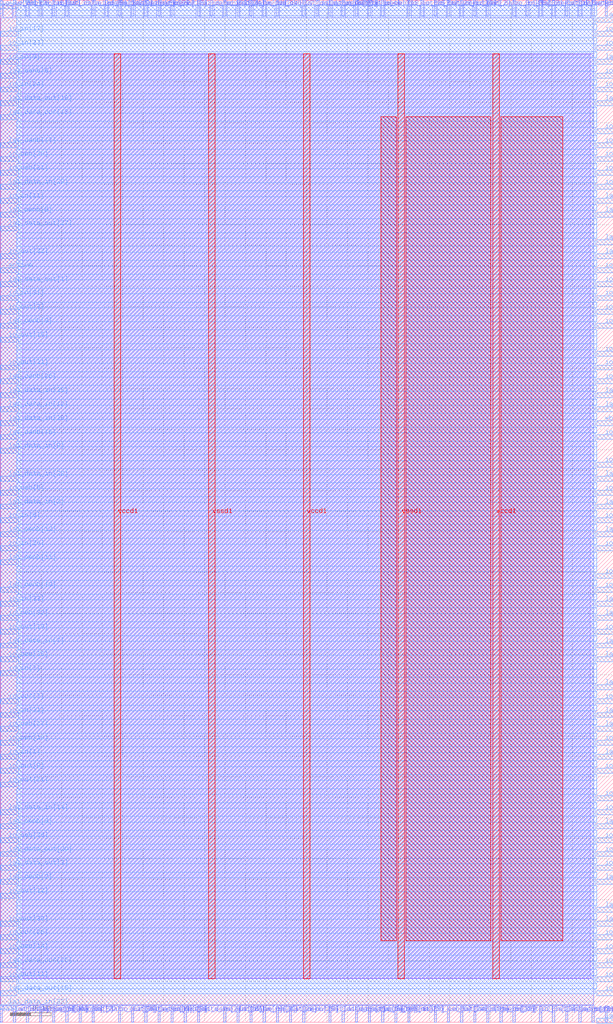
<source format=lef>
VERSION 5.7 ;
  NOWIREEXTENSIONATPIN ON ;
  DIVIDERCHAR "/" ;
  BUSBITCHARS "[]" ;
MACRO wrapped_frequency_counter
  CLASS BLOCK ;
  FOREIGN wrapped_frequency_counter ;
  ORIGIN 0.000 0.000 ;
  SIZE 150.000 BY 250.000 ;
  PIN active
    DIRECTION INPUT ;
    USE SIGNAL ;
    PORT
      LAYER met3 ;
        RECT 0.000 183.340 4.000 184.540 ;
    END
  END active
  PIN io_in[0]
    DIRECTION INPUT ;
    USE SIGNAL ;
    PORT
      LAYER met2 ;
        RECT 61.130 0.000 61.690 4.000 ;
    END
  END io_in[0]
  PIN io_in[10]
    DIRECTION INPUT ;
    USE SIGNAL ;
    PORT
      LAYER met2 ;
        RECT 61.130 246.000 61.690 250.000 ;
    END
  END io_in[10]
  PIN io_in[11]
    DIRECTION INPUT ;
    USE SIGNAL ;
    PORT
      LAYER met3 ;
        RECT 0.000 200.340 4.000 201.540 ;
    END
  END io_in[11]
  PIN io_in[12]
    DIRECTION INPUT ;
    USE SIGNAL ;
    PORT
      LAYER met3 ;
        RECT 146.000 217.340 150.000 218.540 ;
    END
  END io_in[12]
  PIN io_in[13]
    DIRECTION INPUT ;
    USE SIGNAL ;
    PORT
      LAYER met2 ;
        RECT 93.330 0.000 93.890 4.000 ;
    END
  END io_in[13]
  PIN io_in[14]
    DIRECTION INPUT ;
    USE SIGNAL ;
    PORT
      LAYER met2 ;
        RECT 25.710 246.000 26.270 250.000 ;
    END
  END io_in[14]
  PIN io_in[15]
    DIRECTION INPUT ;
    USE SIGNAL ;
    PORT
      LAYER met3 ;
        RECT 146.000 227.540 150.000 228.740 ;
    END
  END io_in[15]
  PIN io_in[16]
    DIRECTION INPUT ;
    USE SIGNAL ;
    PORT
      LAYER met3 ;
        RECT 146.000 67.740 150.000 68.940 ;
    END
  END io_in[16]
  PIN io_in[17]
    DIRECTION INPUT ;
    USE SIGNAL ;
    PORT
      LAYER met3 ;
        RECT 0.000 241.140 4.000 242.340 ;
    END
  END io_in[17]
  PIN io_in[18]
    DIRECTION INPUT ;
    USE SIGNAL ;
    PORT
      LAYER met2 ;
        RECT -0.050 246.000 0.510 250.000 ;
    END
  END io_in[18]
  PIN io_in[19]
    DIRECTION INPUT ;
    USE SIGNAL ;
    PORT
      LAYER met3 ;
        RECT 146.000 20.140 150.000 21.340 ;
    END
  END io_in[19]
  PIN io_in[1]
    DIRECTION INPUT ;
    USE SIGNAL ;
    PORT
      LAYER met3 ;
        RECT 0.000 64.340 4.000 65.540 ;
    END
  END io_in[1]
  PIN io_in[20]
    DIRECTION INPUT ;
    USE SIGNAL ;
    PORT
      LAYER met3 ;
        RECT 0.000 115.340 4.000 116.540 ;
    END
  END io_in[20]
  PIN io_in[21]
    DIRECTION INPUT ;
    USE SIGNAL ;
    PORT
      LAYER met3 ;
        RECT 0.000 74.540 4.000 75.740 ;
    END
  END io_in[21]
  PIN io_in[22]
    DIRECTION INPUT ;
    USE SIGNAL ;
    PORT
      LAYER met3 ;
        RECT 146.000 115.340 150.000 116.540 ;
    END
  END io_in[22]
  PIN io_in[23]
    DIRECTION INPUT ;
    USE SIGNAL ;
    PORT
      LAYER met3 ;
        RECT 0.000 237.740 4.000 238.940 ;
    END
  END io_in[23]
  PIN io_in[24]
    DIRECTION INPUT ;
    USE SIGNAL ;
    PORT
      LAYER met3 ;
        RECT 0.000 227.540 4.000 228.740 ;
    END
  END io_in[24]
  PIN io_in[25]
    DIRECTION INPUT ;
    USE SIGNAL ;
    PORT
      LAYER met2 ;
        RECT 148.070 0.000 148.630 4.000 ;
    END
  END io_in[25]
  PIN io_in[26]
    DIRECTION INPUT ;
    USE SIGNAL ;
    PORT
      LAYER met2 ;
        RECT 144.850 0.000 145.410 4.000 ;
    END
  END io_in[26]
  PIN io_in[27]
    DIRECTION INPUT ;
    USE SIGNAL ;
    PORT
      LAYER met3 ;
        RECT 146.000 94.940 150.000 96.140 ;
    END
  END io_in[27]
  PIN io_in[28]
    DIRECTION INPUT ;
    USE SIGNAL ;
    PORT
      LAYER met2 ;
        RECT 131.970 0.000 132.530 4.000 ;
    END
  END io_in[28]
  PIN io_in[29]
    DIRECTION INPUT ;
    USE SIGNAL ;
    PORT
      LAYER met2 ;
        RECT 148.070 246.000 148.630 250.000 ;
    END
  END io_in[29]
  PIN io_in[2]
    DIRECTION INPUT ;
    USE SIGNAL ;
    PORT
      LAYER met2 ;
        RECT 64.350 0.000 64.910 4.000 ;
    END
  END io_in[2]
  PIN io_in[30]
    DIRECTION INPUT ;
    USE SIGNAL ;
    PORT
      LAYER met3 ;
        RECT 146.000 128.940 150.000 130.140 ;
    END
  END io_in[30]
  PIN io_in[31]
    DIRECTION INPUT ;
    USE SIGNAL ;
    PORT
      LAYER met3 ;
        RECT 0.000 176.540 4.000 177.740 ;
    END
  END io_in[31]
  PIN io_in[32]
    DIRECTION INPUT ;
    USE SIGNAL ;
    PORT
      LAYER met2 ;
        RECT 122.310 0.000 122.870 4.000 ;
    END
  END io_in[32]
  PIN io_in[33]
    DIRECTION INPUT ;
    USE SIGNAL ;
    PORT
      LAYER met3 ;
        RECT 0.000 101.740 4.000 102.940 ;
    END
  END io_in[33]
  PIN io_in[34]
    DIRECTION INPUT ;
    USE SIGNAL ;
    PORT
      LAYER met2 ;
        RECT 102.990 246.000 103.550 250.000 ;
    END
  END io_in[34]
  PIN io_in[35]
    DIRECTION INPUT ;
    USE SIGNAL ;
    PORT
      LAYER met2 ;
        RECT 125.530 246.000 126.090 250.000 ;
    END
  END io_in[35]
  PIN io_in[36]
    DIRECTION INPUT ;
    USE SIGNAL ;
    PORT
      LAYER met3 ;
        RECT 146.000 176.540 150.000 177.740 ;
    END
  END io_in[36]
  PIN io_in[37]
    DIRECTION INPUT ;
    USE SIGNAL ;
    PORT
      LAYER met2 ;
        RECT 128.750 246.000 129.310 250.000 ;
    END
  END io_in[37]
  PIN io_in[3]
    DIRECTION INPUT ;
    USE SIGNAL ;
    PORT
      LAYER met2 ;
        RECT 64.350 246.000 64.910 250.000 ;
    END
  END io_in[3]
  PIN io_in[4]
    DIRECTION INPUT ;
    USE SIGNAL ;
    PORT
      LAYER met3 ;
        RECT 146.000 173.140 150.000 174.340 ;
    END
  END io_in[4]
  PIN io_in[5]
    DIRECTION INPUT ;
    USE SIGNAL ;
    PORT
      LAYER met3 ;
        RECT 146.000 241.140 150.000 242.340 ;
    END
  END io_in[5]
  PIN io_in[6]
    DIRECTION INPUT ;
    USE SIGNAL ;
    PORT
      LAYER met3 ;
        RECT 0.000 122.140 4.000 123.340 ;
    END
  END io_in[6]
  PIN io_in[7]
    DIRECTION INPUT ;
    USE SIGNAL ;
    PORT
      LAYER met3 ;
        RECT 0.000 84.740 4.000 85.940 ;
    END
  END io_in[7]
  PIN io_in[8]
    DIRECTION INPUT ;
    USE SIGNAL ;
    PORT
      LAYER met3 ;
        RECT 146.000 183.340 150.000 184.540 ;
    END
  END io_in[8]
  PIN io_in[9]
    DIRECTION INPUT ;
    USE SIGNAL ;
    PORT
      LAYER met3 ;
        RECT 0.000 234.340 4.000 235.540 ;
    END
  END io_in[9]
  PIN io_oeb[0]
    DIRECTION OUTPUT TRISTATE ;
    USE SIGNAL ;
    PORT
      LAYER met2 ;
        RECT 106.210 0.000 106.770 4.000 ;
    END
  END io_oeb[0]
  PIN io_oeb[10]
    DIRECTION OUTPUT TRISTATE ;
    USE SIGNAL ;
    PORT
      LAYER met3 ;
        RECT 0.000 67.740 4.000 68.940 ;
    END
  END io_oeb[10]
  PIN io_oeb[11]
    DIRECTION OUTPUT TRISTATE ;
    USE SIGNAL ;
    PORT
      LAYER met3 ;
        RECT 146.000 162.940 150.000 164.140 ;
    END
  END io_oeb[11]
  PIN io_oeb[12]
    DIRECTION OUTPUT TRISTATE ;
    USE SIGNAL ;
    PORT
      LAYER met3 ;
        RECT 146.000 108.540 150.000 109.740 ;
    END
  END io_oeb[12]
  PIN io_oeb[13]
    DIRECTION OUTPUT TRISTATE ;
    USE SIGNAL ;
    PORT
      LAYER met3 ;
        RECT 146.000 105.140 150.000 106.340 ;
    END
  END io_oeb[13]
  PIN io_oeb[14]
    DIRECTION OUTPUT TRISTATE ;
    USE SIGNAL ;
    PORT
      LAYER met3 ;
        RECT 0.000 16.740 4.000 17.940 ;
    END
  END io_oeb[14]
  PIN io_oeb[15]
    DIRECTION OUTPUT TRISTATE ;
    USE SIGNAL ;
    PORT
      LAYER met2 ;
        RECT 6.390 246.000 6.950 250.000 ;
    END
  END io_oeb[15]
  PIN io_oeb[16]
    DIRECTION OUTPUT TRISTATE ;
    USE SIGNAL ;
    PORT
      LAYER met3 ;
        RECT 146.000 60.940 150.000 62.140 ;
    END
  END io_oeb[16]
  PIN io_oeb[17]
    DIRECTION OUTPUT TRISTATE ;
    USE SIGNAL ;
    PORT
      LAYER met2 ;
        RECT 54.690 0.000 55.250 4.000 ;
    END
  END io_oeb[17]
  PIN io_oeb[18]
    DIRECTION OUTPUT TRISTATE ;
    USE SIGNAL ;
    PORT
      LAYER met2 ;
        RECT 93.330 246.000 93.890 250.000 ;
    END
  END io_oeb[18]
  PIN io_oeb[19]
    DIRECTION OUTPUT TRISTATE ;
    USE SIGNAL ;
    PORT
      LAYER met2 ;
        RECT 9.610 246.000 10.170 250.000 ;
    END
  END io_oeb[19]
  PIN io_oeb[1]
    DIRECTION OUTPUT TRISTATE ;
    USE SIGNAL ;
    PORT
      LAYER met3 ;
        RECT 146.000 6.540 150.000 7.740 ;
    END
  END io_oeb[1]
  PIN io_oeb[20]
    DIRECTION OUTPUT TRISTATE ;
    USE SIGNAL ;
    PORT
      LAYER met3 ;
        RECT 146.000 135.740 150.000 136.940 ;
    END
  END io_oeb[20]
  PIN io_oeb[21]
    DIRECTION OUTPUT TRISTATE ;
    USE SIGNAL ;
    PORT
      LAYER met3 ;
        RECT 0.000 207.140 4.000 208.340 ;
    END
  END io_oeb[21]
  PIN io_oeb[22]
    DIRECTION OUTPUT TRISTATE ;
    USE SIGNAL ;
    PORT
      LAYER met2 ;
        RECT 19.270 0.000 19.830 4.000 ;
    END
  END io_oeb[22]
  PIN io_oeb[23]
    DIRECTION OUTPUT TRISTATE ;
    USE SIGNAL ;
    PORT
      LAYER met2 ;
        RECT 51.470 246.000 52.030 250.000 ;
    END
  END io_oeb[23]
  PIN io_oeb[24]
    DIRECTION OUTPUT TRISTATE ;
    USE SIGNAL ;
    PORT
      LAYER met2 ;
        RECT 54.690 246.000 55.250 250.000 ;
    END
  END io_oeb[24]
  PIN io_oeb[25]
    DIRECTION OUTPUT TRISTATE ;
    USE SIGNAL ;
    PORT
      LAYER met3 ;
        RECT 146.000 40.540 150.000 41.740 ;
    END
  END io_oeb[25]
  PIN io_oeb[26]
    DIRECTION OUTPUT TRISTATE ;
    USE SIGNAL ;
    PORT
      LAYER met3 ;
        RECT 146.000 207.140 150.000 208.340 ;
    END
  END io_oeb[26]
  PIN io_oeb[27]
    DIRECTION OUTPUT TRISTATE ;
    USE SIGNAL ;
    PORT
      LAYER met2 ;
        RECT 67.570 246.000 68.130 250.000 ;
    END
  END io_oeb[27]
  PIN io_oeb[28]
    DIRECTION OUTPUT TRISTATE ;
    USE SIGNAL ;
    PORT
      LAYER met3 ;
        RECT 146.000 16.740 150.000 17.940 ;
    END
  END io_oeb[28]
  PIN io_oeb[29]
    DIRECTION OUTPUT TRISTATE ;
    USE SIGNAL ;
    PORT
      LAYER met3 ;
        RECT 146.000 179.940 150.000 181.140 ;
    END
  END io_oeb[29]
  PIN io_oeb[2]
    DIRECTION OUTPUT TRISTATE ;
    USE SIGNAL ;
    PORT
      LAYER met2 ;
        RECT 115.870 246.000 116.430 250.000 ;
    END
  END io_oeb[2]
  PIN io_oeb[30]
    DIRECTION OUTPUT TRISTATE ;
    USE SIGNAL ;
    PORT
      LAYER met3 ;
        RECT 0.000 210.540 4.000 211.740 ;
    END
  END io_oeb[30]
  PIN io_oeb[31]
    DIRECTION OUTPUT TRISTATE ;
    USE SIGNAL ;
    PORT
      LAYER met3 ;
        RECT 146.000 13.340 150.000 14.540 ;
    END
  END io_oeb[31]
  PIN io_oeb[32]
    DIRECTION OUTPUT TRISTATE ;
    USE SIGNAL ;
    PORT
      LAYER met3 ;
        RECT 0.000 98.340 4.000 99.540 ;
    END
  END io_oeb[32]
  PIN io_oeb[33]
    DIRECTION OUTPUT TRISTATE ;
    USE SIGNAL ;
    PORT
      LAYER met3 ;
        RECT 146.000 43.940 150.000 45.140 ;
    END
  END io_oeb[33]
  PIN io_oeb[34]
    DIRECTION OUTPUT TRISTATE ;
    USE SIGNAL ;
    PORT
      LAYER met3 ;
        RECT 0.000 247.940 4.000 249.140 ;
    END
  END io_oeb[34]
  PIN io_oeb[35]
    DIRECTION OUTPUT TRISTATE ;
    USE SIGNAL ;
    PORT
      LAYER met3 ;
        RECT 0.000 88.140 4.000 89.340 ;
    END
  END io_oeb[35]
  PIN io_oeb[36]
    DIRECTION OUTPUT TRISTATE ;
    USE SIGNAL ;
    PORT
      LAYER met3 ;
        RECT 0.000 43.940 4.000 45.140 ;
    END
  END io_oeb[36]
  PIN io_oeb[37]
    DIRECTION OUTPUT TRISTATE ;
    USE SIGNAL ;
    PORT
      LAYER met3 ;
        RECT 0.000 71.140 4.000 72.340 ;
    END
  END io_oeb[37]
  PIN io_oeb[3]
    DIRECTION OUTPUT TRISTATE ;
    USE SIGNAL ;
    PORT
      LAYER met2 ;
        RECT 99.770 0.000 100.330 4.000 ;
    END
  END io_oeb[3]
  PIN io_oeb[4]
    DIRECTION OUTPUT TRISTATE ;
    USE SIGNAL ;
    PORT
      LAYER met3 ;
        RECT 146.000 50.740 150.000 51.940 ;
    END
  END io_oeb[4]
  PIN io_oeb[5]
    DIRECTION OUTPUT TRISTATE ;
    USE SIGNAL ;
    PORT
      LAYER met3 ;
        RECT 0.000 128.940 4.000 130.140 ;
    END
  END io_oeb[5]
  PIN io_oeb[6]
    DIRECTION OUTPUT TRISTATE ;
    USE SIGNAL ;
    PORT
      LAYER met3 ;
        RECT 146.000 122.140 150.000 123.340 ;
    END
  END io_oeb[6]
  PIN io_oeb[7]
    DIRECTION OUTPUT TRISTATE ;
    USE SIGNAL ;
    PORT
      LAYER met2 ;
        RECT 3.170 246.000 3.730 250.000 ;
    END
  END io_oeb[7]
  PIN io_oeb[8]
    DIRECTION OUTPUT TRISTATE ;
    USE SIGNAL ;
    PORT
      LAYER met2 ;
        RECT 16.050 0.000 16.610 4.000 ;
    END
  END io_oeb[8]
  PIN io_oeb[9]
    DIRECTION OUTPUT TRISTATE ;
    USE SIGNAL ;
    PORT
      LAYER met2 ;
        RECT 41.810 0.000 42.370 4.000 ;
    END
  END io_oeb[9]
  PIN io_out[0]
    DIRECTION OUTPUT TRISTATE ;
    USE SIGNAL ;
    PORT
      LAYER met3 ;
        RECT 146.000 237.740 150.000 238.940 ;
    END
  END io_out[0]
  PIN io_out[10]
    DIRECTION OUTPUT TRISTATE ;
    USE SIGNAL ;
    PORT
      LAYER met3 ;
        RECT 146.000 159.540 150.000 160.740 ;
    END
  END io_out[10]
  PIN io_out[11]
    DIRECTION OUTPUT TRISTATE ;
    USE SIGNAL ;
    PORT
      LAYER met3 ;
        RECT 0.000 9.940 4.000 11.140 ;
    END
  END io_out[11]
  PIN io_out[12]
    DIRECTION OUTPUT TRISTATE ;
    USE SIGNAL ;
    PORT
      LAYER met3 ;
        RECT 0.000 30.340 4.000 31.540 ;
    END
  END io_out[12]
  PIN io_out[13]
    DIRECTION OUTPUT TRISTATE ;
    USE SIGNAL ;
    PORT
      LAYER met3 ;
        RECT 146.000 9.940 150.000 11.140 ;
    END
  END io_out[13]
  PIN io_out[14]
    DIRECTION OUTPUT TRISTATE ;
    USE SIGNAL ;
    PORT
      LAYER met3 ;
        RECT 146.000 210.540 150.000 211.740 ;
    END
  END io_out[14]
  PIN io_out[15]
    DIRECTION OUTPUT TRISTATE ;
    USE SIGNAL ;
    PORT
      LAYER met3 ;
        RECT 0.000 166.340 4.000 167.540 ;
    END
  END io_out[15]
  PIN io_out[16]
    DIRECTION OUTPUT TRISTATE ;
    USE SIGNAL ;
    PORT
      LAYER met3 ;
        RECT 146.000 156.140 150.000 157.340 ;
    END
  END io_out[16]
  PIN io_out[17]
    DIRECTION OUTPUT TRISTATE ;
    USE SIGNAL ;
    PORT
      LAYER met2 ;
        RECT 135.190 246.000 135.750 250.000 ;
    END
  END io_out[17]
  PIN io_out[18]
    DIRECTION OUTPUT TRISTATE ;
    USE SIGNAL ;
    PORT
      LAYER met3 ;
        RECT 146.000 37.140 150.000 38.340 ;
    END
  END io_out[18]
  PIN io_out[19]
    DIRECTION OUTPUT TRISTATE ;
    USE SIGNAL ;
    PORT
      LAYER met3 ;
        RECT 0.000 94.940 4.000 96.140 ;
    END
  END io_out[19]
  PIN io_out[1]
    DIRECTION OUTPUT TRISTATE ;
    USE SIGNAL ;
    PORT
      LAYER met2 ;
        RECT 83.670 246.000 84.230 250.000 ;
    END
  END io_out[1]
  PIN io_out[20]
    DIRECTION OUTPUT TRISTATE ;
    USE SIGNAL ;
    PORT
      LAYER met2 ;
        RECT 112.650 246.000 113.210 250.000 ;
    END
  END io_out[20]
  PIN io_out[21]
    DIRECTION OUTPUT TRISTATE ;
    USE SIGNAL ;
    PORT
      LAYER met3 ;
        RECT 0.000 159.540 4.000 160.740 ;
    END
  END io_out[21]
  PIN io_out[22]
    DIRECTION OUTPUT TRISTATE ;
    USE SIGNAL ;
    PORT
      LAYER met2 ;
        RECT 125.530 0.000 126.090 4.000 ;
    END
  END io_out[22]
  PIN io_out[23]
    DIRECTION OUTPUT TRISTATE ;
    USE SIGNAL ;
    PORT
      LAYER met3 ;
        RECT 146.000 142.540 150.000 143.740 ;
    END
  END io_out[23]
  PIN io_out[24]
    DIRECTION OUTPUT TRISTATE ;
    USE SIGNAL ;
    PORT
      LAYER met2 ;
        RECT 109.430 0.000 109.990 4.000 ;
    END
  END io_out[24]
  PIN io_out[25]
    DIRECTION OUTPUT TRISTATE ;
    USE SIGNAL ;
    PORT
      LAYER met2 ;
        RECT 99.770 246.000 100.330 250.000 ;
    END
  END io_out[25]
  PIN io_out[26]
    DIRECTION OUTPUT TRISTATE ;
    USE SIGNAL ;
    PORT
      LAYER met3 ;
        RECT 0.000 20.140 4.000 21.340 ;
    END
  END io_out[26]
  PIN io_out[27]
    DIRECTION OUTPUT TRISTATE ;
    USE SIGNAL ;
    PORT
      LAYER met2 ;
        RECT 106.210 246.000 106.770 250.000 ;
    END
  END io_out[27]
  PIN io_out[28]
    DIRECTION OUTPUT TRISTATE ;
    USE SIGNAL ;
    PORT
      LAYER met2 ;
        RECT 67.570 0.000 68.130 4.000 ;
    END
  END io_out[28]
  PIN io_out[29]
    DIRECTION OUTPUT TRISTATE ;
    USE SIGNAL ;
    PORT
      LAYER met3 ;
        RECT 146.000 54.140 150.000 55.340 ;
    END
  END io_out[29]
  PIN io_out[2]
    DIRECTION OUTPUT TRISTATE ;
    USE SIGNAL ;
    PORT
      LAYER met2 ;
        RECT 28.930 0.000 29.490 4.000 ;
    END
  END io_out[2]
  PIN io_out[30]
    DIRECTION OUTPUT TRISTATE ;
    USE SIGNAL ;
    PORT
      LAYER met3 ;
        RECT 0.000 23.540 4.000 24.740 ;
    END
  END io_out[30]
  PIN io_out[31]
    DIRECTION OUTPUT TRISTATE ;
    USE SIGNAL ;
    PORT
      LAYER met3 ;
        RECT 0.000 57.540 4.000 58.740 ;
    END
  END io_out[31]
  PIN io_out[32]
    DIRECTION OUTPUT TRISTATE ;
    USE SIGNAL ;
    PORT
      LAYER met3 ;
        RECT 0.000 186.740 4.000 187.940 ;
    END
  END io_out[32]
  PIN io_out[33]
    DIRECTION OUTPUT TRISTATE ;
    USE SIGNAL ;
    PORT
      LAYER met3 ;
        RECT 146.000 77.940 150.000 79.140 ;
    END
  END io_out[33]
  PIN io_out[34]
    DIRECTION OUTPUT TRISTATE ;
    USE SIGNAL ;
    PORT
      LAYER met3 ;
        RECT 146.000 213.940 150.000 215.140 ;
    END
  END io_out[34]
  PIN io_out[35]
    DIRECTION OUTPUT TRISTATE ;
    USE SIGNAL ;
    PORT
      LAYER met3 ;
        RECT 146.000 203.740 150.000 204.940 ;
    END
  END io_out[35]
  PIN io_out[36]
    DIRECTION OUTPUT TRISTATE ;
    USE SIGNAL ;
    PORT
      LAYER met2 ;
        RECT 12.830 246.000 13.390 250.000 ;
    END
  END io_out[36]
  PIN io_out[37]
    DIRECTION OUTPUT TRISTATE ;
    USE SIGNAL ;
    PORT
      LAYER met3 ;
        RECT 146.000 230.940 150.000 232.140 ;
    END
  END io_out[37]
  PIN io_out[3]
    DIRECTION OUTPUT TRISTATE ;
    USE SIGNAL ;
    PORT
      LAYER met3 ;
        RECT 0.000 173.140 4.000 174.340 ;
    END
  END io_out[3]
  PIN io_out[4]
    DIRECTION OUTPUT TRISTATE ;
    USE SIGNAL ;
    PORT
      LAYER met3 ;
        RECT 146.000 169.740 150.000 170.940 ;
    END
  END io_out[4]
  PIN io_out[5]
    DIRECTION OUTPUT TRISTATE ;
    USE SIGNAL ;
    PORT
      LAYER met2 ;
        RECT 41.810 246.000 42.370 250.000 ;
    END
  END io_out[5]
  PIN io_out[6]
    DIRECTION OUTPUT TRISTATE ;
    USE SIGNAL ;
    PORT
      LAYER met2 ;
        RECT 141.630 246.000 142.190 250.000 ;
    END
  END io_out[6]
  PIN io_out[7]
    DIRECTION OUTPUT TRISTATE ;
    USE SIGNAL ;
    PORT
      LAYER met3 ;
        RECT 0.000 77.940 4.000 79.140 ;
    END
  END io_out[7]
  PIN io_out[8]
    DIRECTION OUTPUT TRISTATE ;
    USE SIGNAL ;
    PORT
      LAYER met2 ;
        RECT 74.010 0.000 74.570 4.000 ;
    END
  END io_out[8]
  PIN io_out[9]
    DIRECTION OUTPUT TRISTATE ;
    USE SIGNAL ;
    PORT
      LAYER met3 ;
        RECT 0.000 60.940 4.000 62.140 ;
    END
  END io_out[9]
  PIN la1_data_in[0]
    DIRECTION INPUT ;
    USE SIGNAL ;
    PORT
      LAYER met3 ;
        RECT 146.000 81.340 150.000 82.540 ;
    END
  END la1_data_in[0]
  PIN la1_data_in[10]
    DIRECTION INPUT ;
    USE SIGNAL ;
    PORT
      LAYER met2 ;
        RECT 86.890 0.000 87.450 4.000 ;
    END
  END la1_data_in[10]
  PIN la1_data_in[11]
    DIRECTION INPUT ;
    USE SIGNAL ;
    PORT
      LAYER met3 ;
        RECT 146.000 74.540 150.000 75.740 ;
    END
  END la1_data_in[11]
  PIN la1_data_in[12]
    DIRECTION INPUT ;
    USE SIGNAL ;
    PORT
      LAYER met3 ;
        RECT 0.000 149.340 4.000 150.540 ;
    END
  END la1_data_in[12]
  PIN la1_data_in[13]
    DIRECTION INPUT ;
    USE SIGNAL ;
    PORT
      LAYER met2 ;
        RECT 135.190 0.000 135.750 4.000 ;
    END
  END la1_data_in[13]
  PIN la1_data_in[14]
    DIRECTION INPUT ;
    USE SIGNAL ;
    PORT
      LAYER met3 ;
        RECT 0.000 50.740 4.000 51.940 ;
    END
  END la1_data_in[14]
  PIN la1_data_in[15]
    DIRECTION INPUT ;
    USE SIGNAL ;
    PORT
      LAYER met2 ;
        RECT 16.050 246.000 16.610 250.000 ;
    END
  END la1_data_in[15]
  PIN la1_data_in[16]
    DIRECTION INPUT ;
    USE SIGNAL ;
    PORT
      LAYER met2 ;
        RECT 77.230 246.000 77.790 250.000 ;
    END
  END la1_data_in[16]
  PIN la1_data_in[17]
    DIRECTION INPUT ;
    USE SIGNAL ;
    PORT
      LAYER met2 ;
        RECT 48.250 246.000 48.810 250.000 ;
    END
  END la1_data_in[17]
  PIN la1_data_in[18]
    DIRECTION INPUT ;
    USE SIGNAL ;
    PORT
      LAYER met3 ;
        RECT 146.000 23.540 150.000 24.740 ;
    END
  END la1_data_in[18]
  PIN la1_data_in[19]
    DIRECTION INPUT ;
    USE SIGNAL ;
    PORT
      LAYER met2 ;
        RECT 22.490 246.000 23.050 250.000 ;
    END
  END la1_data_in[19]
  PIN la1_data_in[1]
    DIRECTION INPUT ;
    USE SIGNAL ;
    PORT
      LAYER met2 ;
        RECT 80.450 0.000 81.010 4.000 ;
    END
  END la1_data_in[1]
  PIN la1_data_in[20]
    DIRECTION INPUT ;
    USE SIGNAL ;
    PORT
      LAYER met3 ;
        RECT 0.000 145.940 4.000 147.140 ;
    END
  END la1_data_in[20]
  PIN la1_data_in[21]
    DIRECTION INPUT ;
    USE SIGNAL ;
    PORT
      LAYER met2 ;
        RECT 144.850 246.000 145.410 250.000 ;
    END
  END la1_data_in[21]
  PIN la1_data_in[22]
    DIRECTION INPUT ;
    USE SIGNAL ;
    PORT
      LAYER met3 ;
        RECT 146.000 88.140 150.000 89.340 ;
    END
  END la1_data_in[22]
  PIN la1_data_in[23]
    DIRECTION INPUT ;
    USE SIGNAL ;
    PORT
      LAYER met3 ;
        RECT 0.000 3.140 4.000 4.340 ;
    END
  END la1_data_in[23]
  PIN la1_data_in[24]
    DIRECTION INPUT ;
    USE SIGNAL ;
    PORT
      LAYER met2 ;
        RECT 57.910 0.000 58.470 4.000 ;
    END
  END la1_data_in[24]
  PIN la1_data_in[25]
    DIRECTION INPUT ;
    USE SIGNAL ;
    PORT
      LAYER met3 ;
        RECT 0.000 152.740 4.000 153.940 ;
    END
  END la1_data_in[25]
  PIN la1_data_in[26]
    DIRECTION INPUT ;
    USE SIGNAL ;
    PORT
      LAYER met3 ;
        RECT 146.000 64.340 150.000 65.540 ;
    END
  END la1_data_in[26]
  PIN la1_data_in[27]
    DIRECTION INPUT ;
    USE SIGNAL ;
    PORT
      LAYER met2 ;
        RECT 115.870 0.000 116.430 4.000 ;
    END
  END la1_data_in[27]
  PIN la1_data_in[28]
    DIRECTION INPUT ;
    USE SIGNAL ;
    PORT
      LAYER met3 ;
        RECT 0.000 132.340 4.000 133.540 ;
    END
  END la1_data_in[28]
  PIN la1_data_in[29]
    DIRECTION INPUT ;
    USE SIGNAL ;
    PORT
      LAYER met3 ;
        RECT 0.000 203.740 4.000 204.940 ;
    END
  END la1_data_in[29]
  PIN la1_data_in[2]
    DIRECTION INPUT ;
    USE SIGNAL ;
    PORT
      LAYER met2 ;
        RECT 45.030 0.000 45.590 4.000 ;
    END
  END la1_data_in[2]
  PIN la1_data_in[30]
    DIRECTION INPUT ;
    USE SIGNAL ;
    PORT
      LAYER met2 ;
        RECT 6.390 0.000 6.950 4.000 ;
    END
  END la1_data_in[30]
  PIN la1_data_in[31]
    DIRECTION INPUT ;
    USE SIGNAL ;
    PORT
      LAYER met3 ;
        RECT 146.000 -0.260 150.000 0.940 ;
    END
  END la1_data_in[31]
  PIN la1_data_in[3]
    DIRECTION INPUT ;
    USE SIGNAL ;
    PORT
      LAYER met3 ;
        RECT 0.000 125.540 4.000 126.740 ;
    END
  END la1_data_in[3]
  PIN la1_data_in[4]
    DIRECTION INPUT ;
    USE SIGNAL ;
    PORT
      LAYER met2 ;
        RECT 119.090 246.000 119.650 250.000 ;
    END
  END la1_data_in[4]
  PIN la1_data_in[5]
    DIRECTION INPUT ;
    USE SIGNAL ;
    PORT
      LAYER met3 ;
        RECT 146.000 149.340 150.000 150.540 ;
    END
  END la1_data_in[5]
  PIN la1_data_in[6]
    DIRECTION INPUT ;
    USE SIGNAL ;
    PORT
      LAYER met2 ;
        RECT 28.930 246.000 29.490 250.000 ;
    END
  END la1_data_in[6]
  PIN la1_data_in[7]
    DIRECTION INPUT ;
    USE SIGNAL ;
    PORT
      LAYER met3 ;
        RECT 0.000 91.540 4.000 92.740 ;
    END
  END la1_data_in[7]
  PIN la1_data_in[8]
    DIRECTION INPUT ;
    USE SIGNAL ;
    PORT
      LAYER met2 ;
        RECT 32.150 246.000 32.710 250.000 ;
    END
  END la1_data_in[8]
  PIN la1_data_in[9]
    DIRECTION INPUT ;
    USE SIGNAL ;
    PORT
      LAYER met3 ;
        RECT 0.000 139.140 4.000 140.340 ;
    END
  END la1_data_in[9]
  PIN la1_data_out[0]
    DIRECTION OUTPUT TRISTATE ;
    USE SIGNAL ;
    PORT
      LAYER met2 ;
        RECT 32.150 0.000 32.710 4.000 ;
    END
  END la1_data_out[0]
  PIN la1_data_out[10]
    DIRECTION OUTPUT TRISTATE ;
    USE SIGNAL ;
    PORT
      LAYER met3 ;
        RECT 146.000 98.340 150.000 99.540 ;
    END
  END la1_data_out[10]
  PIN la1_data_out[11]
    DIRECTION OUTPUT TRISTATE ;
    USE SIGNAL ;
    PORT
      LAYER met2 ;
        RECT 90.110 0.000 90.670 4.000 ;
    END
  END la1_data_out[11]
  PIN la1_data_out[12]
    DIRECTION OUTPUT TRISTATE ;
    USE SIGNAL ;
    PORT
      LAYER met3 ;
        RECT 146.000 234.340 150.000 235.540 ;
    END
  END la1_data_out[12]
  PIN la1_data_out[13]
    DIRECTION OUTPUT TRISTATE ;
    USE SIGNAL ;
    PORT
      LAYER met3 ;
        RECT 0.000 220.740 4.000 221.940 ;
    END
  END la1_data_out[13]
  PIN la1_data_out[14]
    DIRECTION OUTPUT TRISTATE ;
    USE SIGNAL ;
    PORT
      LAYER met2 ;
        RECT 57.910 246.000 58.470 250.000 ;
    END
  END la1_data_out[14]
  PIN la1_data_out[15]
    DIRECTION OUTPUT TRISTATE ;
    USE SIGNAL ;
    PORT
      LAYER met3 ;
        RECT 0.000 6.540 4.000 7.740 ;
    END
  END la1_data_out[15]
  PIN la1_data_out[16]
    DIRECTION OUTPUT TRISTATE ;
    USE SIGNAL ;
    PORT
      LAYER met3 ;
        RECT 146.000 118.740 150.000 119.940 ;
    END
  END la1_data_out[16]
  PIN la1_data_out[17]
    DIRECTION OUTPUT TRISTATE ;
    USE SIGNAL ;
    PORT
      LAYER met3 ;
        RECT 146.000 196.940 150.000 198.140 ;
    END
  END la1_data_out[17]
  PIN la1_data_out[18]
    DIRECTION OUTPUT TRISTATE ;
    USE SIGNAL ;
    PORT
      LAYER met3 ;
        RECT 0.000 224.140 4.000 225.340 ;
    END
  END la1_data_out[18]
  PIN la1_data_out[19]
    DIRECTION OUTPUT TRISTATE ;
    USE SIGNAL ;
    PORT
      LAYER met3 ;
        RECT 146.000 152.740 150.000 153.940 ;
    END
  END la1_data_out[19]
  PIN la1_data_out[1]
    DIRECTION OUTPUT TRISTATE ;
    USE SIGNAL ;
    PORT
      LAYER met3 ;
        RECT 0.000 179.940 4.000 181.140 ;
    END
  END la1_data_out[1]
  PIN la1_data_out[20]
    DIRECTION OUTPUT TRISTATE ;
    USE SIGNAL ;
    PORT
      LAYER met3 ;
        RECT 0.000 40.540 4.000 41.740 ;
    END
  END la1_data_out[20]
  PIN la1_data_out[21]
    DIRECTION OUTPUT TRISTATE ;
    USE SIGNAL ;
    PORT
      LAYER met3 ;
        RECT 146.000 224.140 150.000 225.340 ;
    END
  END la1_data_out[21]
  PIN la1_data_out[22]
    DIRECTION OUTPUT TRISTATE ;
    USE SIGNAL ;
    PORT
      LAYER met2 ;
        RECT 74.010 246.000 74.570 250.000 ;
    END
  END la1_data_out[22]
  PIN la1_data_out[23]
    DIRECTION OUTPUT TRISTATE ;
    USE SIGNAL ;
    PORT
      LAYER met2 ;
        RECT 48.250 0.000 48.810 4.000 ;
    END
  END la1_data_out[23]
  PIN la1_data_out[24]
    DIRECTION OUTPUT TRISTATE ;
    USE SIGNAL ;
    PORT
      LAYER met3 ;
        RECT 146.000 125.540 150.000 126.740 ;
    END
  END la1_data_out[24]
  PIN la1_data_out[25]
    DIRECTION OUTPUT TRISTATE ;
    USE SIGNAL ;
    PORT
      LAYER met3 ;
        RECT 0.000 13.340 4.000 14.540 ;
    END
  END la1_data_out[25]
  PIN la1_data_out[26]
    DIRECTION OUTPUT TRISTATE ;
    USE SIGNAL ;
    PORT
      LAYER met3 ;
        RECT 146.000 71.140 150.000 72.340 ;
    END
  END la1_data_out[26]
  PIN la1_data_out[27]
    DIRECTION OUTPUT TRISTATE ;
    USE SIGNAL ;
    PORT
      LAYER met3 ;
        RECT 0.000 193.540 4.000 194.740 ;
    END
  END la1_data_out[27]
  PIN la1_data_out[28]
    DIRECTION OUTPUT TRISTATE ;
    USE SIGNAL ;
    PORT
      LAYER met3 ;
        RECT 146.000 26.940 150.000 28.140 ;
    END
  END la1_data_out[28]
  PIN la1_data_out[29]
    DIRECTION OUTPUT TRISTATE ;
    USE SIGNAL ;
    PORT
      LAYER met2 ;
        RECT 22.490 0.000 23.050 4.000 ;
    END
  END la1_data_out[29]
  PIN la1_data_out[2]
    DIRECTION OUTPUT TRISTATE ;
    USE SIGNAL ;
    PORT
      LAYER met2 ;
        RECT 83.670 0.000 84.230 4.000 ;
    END
  END la1_data_out[2]
  PIN la1_data_out[30]
    DIRECTION OUTPUT TRISTATE ;
    USE SIGNAL ;
    PORT
      LAYER met3 ;
        RECT 146.000 101.740 150.000 102.940 ;
    END
  END la1_data_out[30]
  PIN la1_data_out[31]
    DIRECTION OUTPUT TRISTATE ;
    USE SIGNAL ;
    PORT
      LAYER met3 ;
        RECT 146.000 244.540 150.000 245.740 ;
    END
  END la1_data_out[31]
  PIN la1_data_out[3]
    DIRECTION OUTPUT TRISTATE ;
    USE SIGNAL ;
    PORT
      LAYER met3 ;
        RECT 0.000 37.140 4.000 38.340 ;
    END
  END la1_data_out[3]
  PIN la1_data_out[4]
    DIRECTION OUTPUT TRISTATE ;
    USE SIGNAL ;
    PORT
      LAYER met3 ;
        RECT 146.000 33.740 150.000 34.940 ;
    END
  END la1_data_out[4]
  PIN la1_data_out[5]
    DIRECTION OUTPUT TRISTATE ;
    USE SIGNAL ;
    PORT
      LAYER met2 ;
        RECT 12.830 0.000 13.390 4.000 ;
    END
  END la1_data_out[5]
  PIN la1_data_out[6]
    DIRECTION OUTPUT TRISTATE ;
    USE SIGNAL ;
    PORT
      LAYER met3 ;
        RECT 146.000 132.340 150.000 133.540 ;
    END
  END la1_data_out[6]
  PIN la1_data_out[7]
    DIRECTION OUTPUT TRISTATE ;
    USE SIGNAL ;
    PORT
      LAYER met2 ;
        RECT 3.170 0.000 3.730 4.000 ;
    END
  END la1_data_out[7]
  PIN la1_data_out[8]
    DIRECTION OUTPUT TRISTATE ;
    USE SIGNAL ;
    PORT
      LAYER met3 ;
        RECT 146.000 200.340 150.000 201.540 ;
    END
  END la1_data_out[8]
  PIN la1_data_out[9]
    DIRECTION OUTPUT TRISTATE ;
    USE SIGNAL ;
    PORT
      LAYER met2 ;
        RECT 138.410 246.000 138.970 250.000 ;
    END
  END la1_data_out[9]
  PIN la1_oenb[0]
    DIRECTION INPUT ;
    USE SIGNAL ;
    PORT
      LAYER met3 ;
        RECT 146.000 47.340 150.000 48.540 ;
    END
  END la1_oenb[0]
  PIN la1_oenb[10]
    DIRECTION INPUT ;
    USE SIGNAL ;
    PORT
      LAYER met2 ;
        RECT 131.970 246.000 132.530 250.000 ;
    END
  END la1_oenb[10]
  PIN la1_oenb[11]
    DIRECTION INPUT ;
    USE SIGNAL ;
    PORT
      LAYER met3 ;
        RECT 0.000 111.940 4.000 113.140 ;
    END
  END la1_oenb[11]
  PIN la1_oenb[12]
    DIRECTION INPUT ;
    USE SIGNAL ;
    PORT
      LAYER met3 ;
        RECT 0.000 118.740 4.000 119.940 ;
    END
  END la1_oenb[12]
  PIN la1_oenb[13]
    DIRECTION INPUT ;
    USE SIGNAL ;
    PORT
      LAYER met2 ;
        RECT 119.090 0.000 119.650 4.000 ;
    END
  END la1_oenb[13]
  PIN la1_oenb[14]
    DIRECTION INPUT ;
    USE SIGNAL ;
    PORT
      LAYER met2 ;
        RECT -0.050 0.000 0.510 4.000 ;
    END
  END la1_oenb[14]
  PIN la1_oenb[15]
    DIRECTION INPUT ;
    USE SIGNAL ;
    PORT
      LAYER met2 ;
        RECT 141.630 0.000 142.190 4.000 ;
    END
  END la1_oenb[15]
  PIN la1_oenb[16]
    DIRECTION INPUT ;
    USE SIGNAL ;
    PORT
      LAYER met3 ;
        RECT 0.000 142.540 4.000 143.740 ;
    END
  END la1_oenb[16]
  PIN la1_oenb[17]
    DIRECTION INPUT ;
    USE SIGNAL ;
    PORT
      LAYER met3 ;
        RECT 0.000 213.940 4.000 215.140 ;
    END
  END la1_oenb[17]
  PIN la1_oenb[18]
    DIRECTION INPUT ;
    USE SIGNAL ;
    PORT
      LAYER met2 ;
        RECT 38.590 246.000 39.150 250.000 ;
    END
  END la1_oenb[18]
  PIN la1_oenb[19]
    DIRECTION INPUT ;
    USE SIGNAL ;
    PORT
      LAYER met3 ;
        RECT 0.000 105.140 4.000 106.340 ;
    END
  END la1_oenb[19]
  PIN la1_oenb[1]
    DIRECTION INPUT ;
    USE SIGNAL ;
    PORT
      LAYER met2 ;
        RECT 35.370 0.000 35.930 4.000 ;
    END
  END la1_oenb[1]
  PIN la1_oenb[20]
    DIRECTION INPUT ;
    USE SIGNAL ;
    PORT
      LAYER met2 ;
        RECT 9.610 0.000 10.170 4.000 ;
    END
  END la1_oenb[20]
  PIN la1_oenb[21]
    DIRECTION INPUT ;
    USE SIGNAL ;
    PORT
      LAYER met2 ;
        RECT 80.450 246.000 81.010 250.000 ;
    END
  END la1_oenb[21]
  PIN la1_oenb[22]
    DIRECTION INPUT ;
    USE SIGNAL ;
    PORT
      LAYER met2 ;
        RECT 35.370 246.000 35.930 250.000 ;
    END
  END la1_oenb[22]
  PIN la1_oenb[23]
    DIRECTION INPUT ;
    USE SIGNAL ;
    PORT
      LAYER met2 ;
        RECT 96.550 0.000 97.110 4.000 ;
    END
  END la1_oenb[23]
  PIN la1_oenb[24]
    DIRECTION INPUT ;
    USE SIGNAL ;
    PORT
      LAYER met2 ;
        RECT 109.430 246.000 109.990 250.000 ;
    END
  END la1_oenb[24]
  PIN la1_oenb[25]
    DIRECTION INPUT ;
    USE SIGNAL ;
    PORT
      LAYER met3 ;
        RECT 146.000 91.540 150.000 92.740 ;
    END
  END la1_oenb[25]
  PIN la1_oenb[26]
    DIRECTION INPUT ;
    USE SIGNAL ;
    PORT
      LAYER met3 ;
        RECT 0.000 156.140 4.000 157.340 ;
    END
  END la1_oenb[26]
  PIN la1_oenb[27]
    DIRECTION INPUT ;
    USE SIGNAL ;
    PORT
      LAYER met3 ;
        RECT 146.000 190.140 150.000 191.340 ;
    END
  END la1_oenb[27]
  PIN la1_oenb[28]
    DIRECTION INPUT ;
    USE SIGNAL ;
    PORT
      LAYER met2 ;
        RECT 38.590 0.000 39.150 4.000 ;
    END
  END la1_oenb[28]
  PIN la1_oenb[29]
    DIRECTION INPUT ;
    USE SIGNAL ;
    PORT
      LAYER met2 ;
        RECT 70.790 0.000 71.350 4.000 ;
    END
  END la1_oenb[29]
  PIN la1_oenb[2]
    DIRECTION INPUT ;
    USE SIGNAL ;
    PORT
      LAYER met3 ;
        RECT 0.000 33.740 4.000 34.940 ;
    END
  END la1_oenb[2]
  PIN la1_oenb[30]
    DIRECTION INPUT ;
    USE SIGNAL ;
    PORT
      LAYER met3 ;
        RECT 146.000 186.740 150.000 187.940 ;
    END
  END la1_oenb[30]
  PIN la1_oenb[31]
    DIRECTION INPUT ;
    USE SIGNAL ;
    PORT
      LAYER met2 ;
        RECT 112.650 0.000 113.210 4.000 ;
    END
  END la1_oenb[31]
  PIN la1_oenb[3]
    DIRECTION INPUT ;
    USE SIGNAL ;
    PORT
      LAYER met2 ;
        RECT 90.110 246.000 90.670 250.000 ;
    END
  END la1_oenb[3]
  PIN la1_oenb[4]
    DIRECTION INPUT ;
    USE SIGNAL ;
    PORT
      LAYER met2 ;
        RECT 86.890 246.000 87.450 250.000 ;
    END
  END la1_oenb[4]
  PIN la1_oenb[5]
    DIRECTION INPUT ;
    USE SIGNAL ;
    PORT
      LAYER met3 ;
        RECT 0.000 196.940 4.000 198.140 ;
    END
  END la1_oenb[5]
  PIN la1_oenb[6]
    DIRECTION INPUT ;
    USE SIGNAL ;
    PORT
      LAYER met3 ;
        RECT 0.000 230.940 4.000 232.140 ;
    END
  END la1_oenb[6]
  PIN la1_oenb[7]
    DIRECTION INPUT ;
    USE SIGNAL ;
    PORT
      LAYER met2 ;
        RECT 138.410 0.000 138.970 4.000 ;
    END
  END la1_oenb[7]
  PIN la1_oenb[8]
    DIRECTION INPUT ;
    USE SIGNAL ;
    PORT
      LAYER met3 ;
        RECT 0.000 47.340 4.000 48.540 ;
    END
  END la1_oenb[8]
  PIN la1_oenb[9]
    DIRECTION INPUT ;
    USE SIGNAL ;
    PORT
      LAYER met3 ;
        RECT 0.000 169.740 4.000 170.940 ;
    END
  END la1_oenb[9]
  PIN vccd1
    DIRECTION INPUT ;
    USE POWER ;
    PORT
      LAYER met4 ;
        RECT 27.880 10.640 29.480 236.880 ;
    END
    PORT
      LAYER met4 ;
        RECT 74.200 10.640 75.800 236.880 ;
    END
    PORT
      LAYER met4 ;
        RECT 120.520 10.640 122.120 236.880 ;
    END
  END vccd1
  PIN vssd1
    DIRECTION INPUT ;
    USE GROUND ;
    PORT
      LAYER met4 ;
        RECT 51.040 10.640 52.640 236.880 ;
    END
    PORT
      LAYER met4 ;
        RECT 97.360 10.640 98.960 236.880 ;
    END
  END vssd1
  PIN wb_clk_i
    DIRECTION INPUT ;
    USE SIGNAL ;
    PORT
      LAYER met3 ;
        RECT 146.000 145.940 150.000 147.140 ;
    END
  END wb_clk_i
  OBS
      LAYER li1 ;
        RECT 5.520 10.795 144.440 236.725 ;
      LAYER met1 ;
        RECT 0.070 10.640 145.290 236.880 ;
      LAYER met2 ;
        RECT 0.790 245.720 2.890 248.725 ;
        RECT 4.010 245.720 6.110 248.725 ;
        RECT 7.230 245.720 9.330 248.725 ;
        RECT 10.450 245.720 12.550 248.725 ;
        RECT 13.670 245.720 15.770 248.725 ;
        RECT 16.890 245.720 22.210 248.725 ;
        RECT 23.330 245.720 25.430 248.725 ;
        RECT 26.550 245.720 28.650 248.725 ;
        RECT 29.770 245.720 31.870 248.725 ;
        RECT 32.990 245.720 35.090 248.725 ;
        RECT 36.210 245.720 38.310 248.725 ;
        RECT 39.430 245.720 41.530 248.725 ;
        RECT 42.650 245.720 47.970 248.725 ;
        RECT 49.090 245.720 51.190 248.725 ;
        RECT 52.310 245.720 54.410 248.725 ;
        RECT 55.530 245.720 57.630 248.725 ;
        RECT 58.750 245.720 60.850 248.725 ;
        RECT 61.970 245.720 64.070 248.725 ;
        RECT 65.190 245.720 67.290 248.725 ;
        RECT 68.410 245.720 73.730 248.725 ;
        RECT 74.850 245.720 76.950 248.725 ;
        RECT 78.070 245.720 80.170 248.725 ;
        RECT 81.290 245.720 83.390 248.725 ;
        RECT 84.510 245.720 86.610 248.725 ;
        RECT 87.730 245.720 89.830 248.725 ;
        RECT 90.950 245.720 93.050 248.725 ;
        RECT 94.170 245.720 99.490 248.725 ;
        RECT 100.610 245.720 102.710 248.725 ;
        RECT 103.830 245.720 105.930 248.725 ;
        RECT 107.050 245.720 109.150 248.725 ;
        RECT 110.270 245.720 112.370 248.725 ;
        RECT 113.490 245.720 115.590 248.725 ;
        RECT 116.710 245.720 118.810 248.725 ;
        RECT 119.930 245.720 125.250 248.725 ;
        RECT 126.370 245.720 128.470 248.725 ;
        RECT 129.590 245.720 131.690 248.725 ;
        RECT 132.810 245.720 134.910 248.725 ;
        RECT 136.030 245.720 138.130 248.725 ;
        RECT 139.250 245.720 141.350 248.725 ;
        RECT 142.470 245.720 144.570 248.725 ;
        RECT 0.100 4.280 145.270 245.720 ;
        RECT 0.790 4.000 2.890 4.280 ;
        RECT 4.010 4.000 6.110 4.280 ;
        RECT 7.230 4.000 9.330 4.280 ;
        RECT 10.450 4.000 12.550 4.280 ;
        RECT 13.670 4.000 15.770 4.280 ;
        RECT 16.890 4.000 18.990 4.280 ;
        RECT 20.110 4.000 22.210 4.280 ;
        RECT 23.330 4.000 28.650 4.280 ;
        RECT 29.770 4.000 31.870 4.280 ;
        RECT 32.990 4.000 35.090 4.280 ;
        RECT 36.210 4.000 38.310 4.280 ;
        RECT 39.430 4.000 41.530 4.280 ;
        RECT 42.650 4.000 44.750 4.280 ;
        RECT 45.870 4.000 47.970 4.280 ;
        RECT 49.090 4.000 54.410 4.280 ;
        RECT 55.530 4.000 57.630 4.280 ;
        RECT 58.750 4.000 60.850 4.280 ;
        RECT 61.970 4.000 64.070 4.280 ;
        RECT 65.190 4.000 67.290 4.280 ;
        RECT 68.410 4.000 70.510 4.280 ;
        RECT 71.630 4.000 73.730 4.280 ;
        RECT 74.850 4.000 80.170 4.280 ;
        RECT 81.290 4.000 83.390 4.280 ;
        RECT 84.510 4.000 86.610 4.280 ;
        RECT 87.730 4.000 89.830 4.280 ;
        RECT 90.950 4.000 93.050 4.280 ;
        RECT 94.170 4.000 96.270 4.280 ;
        RECT 97.390 4.000 99.490 4.280 ;
        RECT 100.610 4.000 105.930 4.280 ;
        RECT 107.050 4.000 109.150 4.280 ;
        RECT 110.270 4.000 112.370 4.280 ;
        RECT 113.490 4.000 115.590 4.280 ;
        RECT 116.710 4.000 118.810 4.280 ;
        RECT 119.930 4.000 122.030 4.280 ;
        RECT 123.150 4.000 125.250 4.280 ;
        RECT 126.370 4.000 131.690 4.280 ;
        RECT 132.810 4.000 134.910 4.280 ;
        RECT 136.030 4.000 138.130 4.280 ;
        RECT 139.250 4.000 141.350 4.280 ;
        RECT 142.470 4.000 144.570 4.280 ;
      LAYER met3 ;
        RECT 4.400 247.540 146.000 248.705 ;
        RECT 4.000 246.140 146.000 247.540 ;
        RECT 4.000 244.140 145.600 246.140 ;
        RECT 4.000 242.740 146.000 244.140 ;
        RECT 4.400 240.740 145.600 242.740 ;
        RECT 4.000 239.340 146.000 240.740 ;
        RECT 4.400 237.340 145.600 239.340 ;
        RECT 4.000 235.940 146.000 237.340 ;
        RECT 4.400 233.940 145.600 235.940 ;
        RECT 4.000 232.540 146.000 233.940 ;
        RECT 4.400 230.540 145.600 232.540 ;
        RECT 4.000 229.140 146.000 230.540 ;
        RECT 4.400 227.140 145.600 229.140 ;
        RECT 4.000 225.740 146.000 227.140 ;
        RECT 4.400 223.740 145.600 225.740 ;
        RECT 4.000 222.340 146.000 223.740 ;
        RECT 4.400 220.340 146.000 222.340 ;
        RECT 4.000 218.940 146.000 220.340 ;
        RECT 4.000 216.940 145.600 218.940 ;
        RECT 4.000 215.540 146.000 216.940 ;
        RECT 4.400 213.540 145.600 215.540 ;
        RECT 4.000 212.140 146.000 213.540 ;
        RECT 4.400 210.140 145.600 212.140 ;
        RECT 4.000 208.740 146.000 210.140 ;
        RECT 4.400 206.740 145.600 208.740 ;
        RECT 4.000 205.340 146.000 206.740 ;
        RECT 4.400 203.340 145.600 205.340 ;
        RECT 4.000 201.940 146.000 203.340 ;
        RECT 4.400 199.940 145.600 201.940 ;
        RECT 4.000 198.540 146.000 199.940 ;
        RECT 4.400 196.540 145.600 198.540 ;
        RECT 4.000 195.140 146.000 196.540 ;
        RECT 4.400 193.140 146.000 195.140 ;
        RECT 4.000 191.740 146.000 193.140 ;
        RECT 4.000 189.740 145.600 191.740 ;
        RECT 4.000 188.340 146.000 189.740 ;
        RECT 4.400 186.340 145.600 188.340 ;
        RECT 4.000 184.940 146.000 186.340 ;
        RECT 4.400 182.940 145.600 184.940 ;
        RECT 4.000 181.540 146.000 182.940 ;
        RECT 4.400 179.540 145.600 181.540 ;
        RECT 4.000 178.140 146.000 179.540 ;
        RECT 4.400 176.140 145.600 178.140 ;
        RECT 4.000 174.740 146.000 176.140 ;
        RECT 4.400 172.740 145.600 174.740 ;
        RECT 4.000 171.340 146.000 172.740 ;
        RECT 4.400 169.340 145.600 171.340 ;
        RECT 4.000 167.940 146.000 169.340 ;
        RECT 4.400 165.940 146.000 167.940 ;
        RECT 4.000 164.540 146.000 165.940 ;
        RECT 4.000 162.540 145.600 164.540 ;
        RECT 4.000 161.140 146.000 162.540 ;
        RECT 4.400 159.140 145.600 161.140 ;
        RECT 4.000 157.740 146.000 159.140 ;
        RECT 4.400 155.740 145.600 157.740 ;
        RECT 4.000 154.340 146.000 155.740 ;
        RECT 4.400 152.340 145.600 154.340 ;
        RECT 4.000 150.940 146.000 152.340 ;
        RECT 4.400 148.940 145.600 150.940 ;
        RECT 4.000 147.540 146.000 148.940 ;
        RECT 4.400 145.540 145.600 147.540 ;
        RECT 4.000 144.140 146.000 145.540 ;
        RECT 4.400 142.140 145.600 144.140 ;
        RECT 4.000 140.740 146.000 142.140 ;
        RECT 4.400 138.740 146.000 140.740 ;
        RECT 4.000 137.340 146.000 138.740 ;
        RECT 4.000 135.340 145.600 137.340 ;
        RECT 4.000 133.940 146.000 135.340 ;
        RECT 4.400 131.940 145.600 133.940 ;
        RECT 4.000 130.540 146.000 131.940 ;
        RECT 4.400 128.540 145.600 130.540 ;
        RECT 4.000 127.140 146.000 128.540 ;
        RECT 4.400 125.140 145.600 127.140 ;
        RECT 4.000 123.740 146.000 125.140 ;
        RECT 4.400 121.740 145.600 123.740 ;
        RECT 4.000 120.340 146.000 121.740 ;
        RECT 4.400 118.340 145.600 120.340 ;
        RECT 4.000 116.940 146.000 118.340 ;
        RECT 4.400 114.940 145.600 116.940 ;
        RECT 4.000 113.540 146.000 114.940 ;
        RECT 4.400 111.540 146.000 113.540 ;
        RECT 4.000 110.140 146.000 111.540 ;
        RECT 4.000 108.140 145.600 110.140 ;
        RECT 4.000 106.740 146.000 108.140 ;
        RECT 4.400 104.740 145.600 106.740 ;
        RECT 4.000 103.340 146.000 104.740 ;
        RECT 4.400 101.340 145.600 103.340 ;
        RECT 4.000 99.940 146.000 101.340 ;
        RECT 4.400 97.940 145.600 99.940 ;
        RECT 4.000 96.540 146.000 97.940 ;
        RECT 4.400 94.540 145.600 96.540 ;
        RECT 4.000 93.140 146.000 94.540 ;
        RECT 4.400 91.140 145.600 93.140 ;
        RECT 4.000 89.740 146.000 91.140 ;
        RECT 4.400 87.740 145.600 89.740 ;
        RECT 4.000 86.340 146.000 87.740 ;
        RECT 4.400 84.340 146.000 86.340 ;
        RECT 4.000 82.940 146.000 84.340 ;
        RECT 4.000 80.940 145.600 82.940 ;
        RECT 4.000 79.540 146.000 80.940 ;
        RECT 4.400 77.540 145.600 79.540 ;
        RECT 4.000 76.140 146.000 77.540 ;
        RECT 4.400 74.140 145.600 76.140 ;
        RECT 4.000 72.740 146.000 74.140 ;
        RECT 4.400 70.740 145.600 72.740 ;
        RECT 4.000 69.340 146.000 70.740 ;
        RECT 4.400 67.340 145.600 69.340 ;
        RECT 4.000 65.940 146.000 67.340 ;
        RECT 4.400 63.940 145.600 65.940 ;
        RECT 4.000 62.540 146.000 63.940 ;
        RECT 4.400 60.540 145.600 62.540 ;
        RECT 4.000 59.140 146.000 60.540 ;
        RECT 4.400 57.140 146.000 59.140 ;
        RECT 4.000 55.740 146.000 57.140 ;
        RECT 4.000 53.740 145.600 55.740 ;
        RECT 4.000 52.340 146.000 53.740 ;
        RECT 4.400 50.340 145.600 52.340 ;
        RECT 4.000 48.940 146.000 50.340 ;
        RECT 4.400 46.940 145.600 48.940 ;
        RECT 4.000 45.540 146.000 46.940 ;
        RECT 4.400 43.540 145.600 45.540 ;
        RECT 4.000 42.140 146.000 43.540 ;
        RECT 4.400 40.140 145.600 42.140 ;
        RECT 4.000 38.740 146.000 40.140 ;
        RECT 4.400 36.740 145.600 38.740 ;
        RECT 4.000 35.340 146.000 36.740 ;
        RECT 4.400 33.340 145.600 35.340 ;
        RECT 4.000 31.940 146.000 33.340 ;
        RECT 4.400 29.940 146.000 31.940 ;
        RECT 4.000 28.540 146.000 29.940 ;
        RECT 4.000 26.540 145.600 28.540 ;
        RECT 4.000 25.140 146.000 26.540 ;
        RECT 4.400 23.140 145.600 25.140 ;
        RECT 4.000 21.740 146.000 23.140 ;
        RECT 4.400 19.740 145.600 21.740 ;
        RECT 4.000 18.340 146.000 19.740 ;
        RECT 4.400 16.340 145.600 18.340 ;
        RECT 4.000 14.940 146.000 16.340 ;
        RECT 4.400 12.940 145.600 14.940 ;
        RECT 4.000 11.540 146.000 12.940 ;
        RECT 4.400 9.540 145.600 11.540 ;
        RECT 4.000 8.140 146.000 9.540 ;
        RECT 4.400 6.975 145.600 8.140 ;
      LAYER met4 ;
        RECT 93.215 19.895 96.960 221.505 ;
        RECT 99.360 19.895 120.120 221.505 ;
        RECT 122.520 19.895 137.705 221.505 ;
  END
END wrapped_frequency_counter
END LIBRARY


</source>
